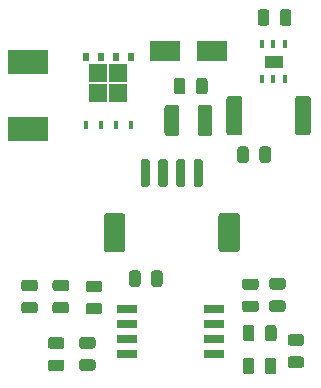
<source format=gbr>
%TF.GenerationSoftware,KiCad,Pcbnew,5.1.6+dfsg1-1*%
%TF.CreationDate,2021-04-16T09:38:54+02:00*%
%TF.ProjectId,buck_3a_v4,6275636b-5f33-4615-9f76-342e6b696361,rev?*%
%TF.SameCoordinates,Original*%
%TF.FileFunction,Paste,Top*%
%TF.FilePolarity,Positive*%
%FSLAX46Y46*%
G04 Gerber Fmt 4.6, Leading zero omitted, Abs format (unit mm)*
G04 Created by KiCad (PCBNEW 5.1.6+dfsg1-1) date 2021-04-16 09:38:54*
%MOMM*%
%LPD*%
G01*
G04 APERTURE LIST*
%ADD10C,0.010000*%
%ADD11R,3.400000X2.000000*%
%ADD12R,2.500000X1.800000*%
%ADD13R,1.700000X0.650000*%
%ADD14R,0.420000X0.760000*%
%ADD15R,0.500000X0.750000*%
%ADD16R,1.500000X1.500000*%
%ADD17R,0.400000X0.750000*%
G04 APERTURE END LIST*
D10*
%TO.C,U1*%
G36*
X57870000Y-38270000D02*
G01*
X57870000Y-37330000D01*
X59330000Y-37330000D01*
X59330000Y-38270000D01*
X57870000Y-38270000D01*
G37*
X57870000Y-38270000D02*
X57870000Y-37330000D01*
X59330000Y-37330000D01*
X59330000Y-38270000D01*
X57870000Y-38270000D01*
%TD*%
%TO.C,R8*%
G36*
G01*
X39743750Y-63050000D02*
X40656250Y-63050000D01*
G75*
G02*
X40900000Y-63293750I0J-243750D01*
G01*
X40900000Y-63781250D01*
G75*
G02*
X40656250Y-64025000I-243750J0D01*
G01*
X39743750Y-64025000D01*
G75*
G02*
X39500000Y-63781250I0J243750D01*
G01*
X39500000Y-63293750D01*
G75*
G02*
X39743750Y-63050000I243750J0D01*
G01*
G37*
G36*
G01*
X39743750Y-61175000D02*
X40656250Y-61175000D01*
G75*
G02*
X40900000Y-61418750I0J-243750D01*
G01*
X40900000Y-61906250D01*
G75*
G02*
X40656250Y-62150000I-243750J0D01*
G01*
X39743750Y-62150000D01*
G75*
G02*
X39500000Y-61906250I0J243750D01*
G01*
X39500000Y-61418750D01*
G75*
G02*
X39743750Y-61175000I243750J0D01*
G01*
G37*
%TD*%
%TO.C,C3*%
G36*
G01*
X57412500Y-46156250D02*
X57412500Y-45243750D01*
G75*
G02*
X57656250Y-45000000I243750J0D01*
G01*
X58143750Y-45000000D01*
G75*
G02*
X58387500Y-45243750I0J-243750D01*
G01*
X58387500Y-46156250D01*
G75*
G02*
X58143750Y-46400000I-243750J0D01*
G01*
X57656250Y-46400000D01*
G75*
G02*
X57412500Y-46156250I0J243750D01*
G01*
G37*
G36*
G01*
X55537500Y-46156250D02*
X55537500Y-45243750D01*
G75*
G02*
X55781250Y-45000000I243750J0D01*
G01*
X56268750Y-45000000D01*
G75*
G02*
X56512500Y-45243750I0J-243750D01*
G01*
X56512500Y-46156250D01*
G75*
G02*
X56268750Y-46400000I-243750J0D01*
G01*
X55781250Y-46400000D01*
G75*
G02*
X55537500Y-46156250I0J243750D01*
G01*
G37*
%TD*%
%TO.C,C7*%
G36*
G01*
X59150000Y-34556250D02*
X59150000Y-33643750D01*
G75*
G02*
X59393750Y-33400000I243750J0D01*
G01*
X59881250Y-33400000D01*
G75*
G02*
X60125000Y-33643750I0J-243750D01*
G01*
X60125000Y-34556250D01*
G75*
G02*
X59881250Y-34800000I-243750J0D01*
G01*
X59393750Y-34800000D01*
G75*
G02*
X59150000Y-34556250I0J243750D01*
G01*
G37*
G36*
G01*
X57275000Y-34556250D02*
X57275000Y-33643750D01*
G75*
G02*
X57518750Y-33400000I243750J0D01*
G01*
X58006250Y-33400000D01*
G75*
G02*
X58250000Y-33643750I0J-243750D01*
G01*
X58250000Y-34556250D01*
G75*
G02*
X58006250Y-34800000I-243750J0D01*
G01*
X57518750Y-34800000D01*
G75*
G02*
X57275000Y-34556250I0J243750D01*
G01*
G37*
%TD*%
%TO.C,C1*%
G36*
G01*
X50625000Y-41725000D02*
X50625000Y-43875000D01*
G75*
G02*
X50375000Y-44125000I-250000J0D01*
G01*
X49625000Y-44125000D01*
G75*
G02*
X49375000Y-43875000I0J250000D01*
G01*
X49375000Y-41725000D01*
G75*
G02*
X49625000Y-41475000I250000J0D01*
G01*
X50375000Y-41475000D01*
G75*
G02*
X50625000Y-41725000I0J-250000D01*
G01*
G37*
G36*
G01*
X53425000Y-41725000D02*
X53425000Y-43875000D01*
G75*
G02*
X53175000Y-44125000I-250000J0D01*
G01*
X52425000Y-44125000D01*
G75*
G02*
X52175000Y-43875000I0J250000D01*
G01*
X52175000Y-41725000D01*
G75*
G02*
X52425000Y-41475000I250000J0D01*
G01*
X53175000Y-41475000D01*
G75*
G02*
X53425000Y-41725000I0J-250000D01*
G01*
G37*
%TD*%
D11*
%TO.C,L1*%
X37800000Y-37850000D03*
X37800000Y-43550000D03*
%TD*%
D12*
%TO.C,D1*%
X49400000Y-36900000D03*
X53400000Y-36900000D03*
%TD*%
%TO.C,C6*%
G36*
G01*
X43856250Y-57350000D02*
X42943750Y-57350000D01*
G75*
G02*
X42700000Y-57106250I0J243750D01*
G01*
X42700000Y-56618750D01*
G75*
G02*
X42943750Y-56375000I243750J0D01*
G01*
X43856250Y-56375000D01*
G75*
G02*
X44100000Y-56618750I0J-243750D01*
G01*
X44100000Y-57106250D01*
G75*
G02*
X43856250Y-57350000I-243750J0D01*
G01*
G37*
G36*
G01*
X43856250Y-59225000D02*
X42943750Y-59225000D01*
G75*
G02*
X42700000Y-58981250I0J243750D01*
G01*
X42700000Y-58493750D01*
G75*
G02*
X42943750Y-58250000I243750J0D01*
G01*
X43856250Y-58250000D01*
G75*
G02*
X44100000Y-58493750I0J-243750D01*
G01*
X44100000Y-58981250D01*
G75*
G02*
X43856250Y-59225000I-243750J0D01*
G01*
G37*
%TD*%
%TO.C,J3*%
G36*
G01*
X46050000Y-50900000D02*
X46050000Y-53700000D01*
G75*
G02*
X45800000Y-53950000I-250000J0D01*
G01*
X44500000Y-53950000D01*
G75*
G02*
X44250000Y-53700000I0J250000D01*
G01*
X44250000Y-50900000D01*
G75*
G02*
X44500000Y-50650000I250000J0D01*
G01*
X45800000Y-50650000D01*
G75*
G02*
X46050000Y-50900000I0J-250000D01*
G01*
G37*
G36*
G01*
X55750000Y-50900000D02*
X55750000Y-53700000D01*
G75*
G02*
X55500000Y-53950000I-250000J0D01*
G01*
X54200000Y-53950000D01*
G75*
G02*
X53950000Y-53700000I0J250000D01*
G01*
X53950000Y-50900000D01*
G75*
G02*
X54200000Y-50650000I250000J0D01*
G01*
X55500000Y-50650000D01*
G75*
G02*
X55750000Y-50900000I0J-250000D01*
G01*
G37*
G36*
G01*
X48150000Y-46250000D02*
X48150000Y-48250000D01*
G75*
G02*
X47950000Y-48450000I-200000J0D01*
G01*
X47550000Y-48450000D01*
G75*
G02*
X47350000Y-48250000I0J200000D01*
G01*
X47350000Y-46250000D01*
G75*
G02*
X47550000Y-46050000I200000J0D01*
G01*
X47950000Y-46050000D01*
G75*
G02*
X48150000Y-46250000I0J-200000D01*
G01*
G37*
G36*
G01*
X49650000Y-46250000D02*
X49650000Y-48250000D01*
G75*
G02*
X49450000Y-48450000I-200000J0D01*
G01*
X49050000Y-48450000D01*
G75*
G02*
X48850000Y-48250000I0J200000D01*
G01*
X48850000Y-46250000D01*
G75*
G02*
X49050000Y-46050000I200000J0D01*
G01*
X49450000Y-46050000D01*
G75*
G02*
X49650000Y-46250000I0J-200000D01*
G01*
G37*
G36*
G01*
X51150000Y-46250000D02*
X51150000Y-48250000D01*
G75*
G02*
X50950000Y-48450000I-200000J0D01*
G01*
X50550000Y-48450000D01*
G75*
G02*
X50350000Y-48250000I0J200000D01*
G01*
X50350000Y-46250000D01*
G75*
G02*
X50550000Y-46050000I200000J0D01*
G01*
X50950000Y-46050000D01*
G75*
G02*
X51150000Y-46250000I0J-200000D01*
G01*
G37*
G36*
G01*
X52650000Y-46250000D02*
X52650000Y-48250000D01*
G75*
G02*
X52450000Y-48450000I-200000J0D01*
G01*
X52050000Y-48450000D01*
G75*
G02*
X51850000Y-48250000I0J200000D01*
G01*
X51850000Y-46250000D01*
G75*
G02*
X52050000Y-46050000I200000J0D01*
G01*
X52450000Y-46050000D01*
G75*
G02*
X52650000Y-46250000I0J-200000D01*
G01*
G37*
%TD*%
D13*
%TO.C,U2*%
X53546000Y-58811000D03*
X53546000Y-60081000D03*
X53546000Y-61351000D03*
X53546000Y-62621000D03*
X46246000Y-62621000D03*
X46246000Y-61351000D03*
X46246000Y-60081000D03*
X46246000Y-58811000D03*
%TD*%
D14*
%TO.C,U1*%
X57650000Y-39285000D03*
X58600000Y-39285000D03*
X59550000Y-39285000D03*
X59550000Y-36315000D03*
X58600000Y-36315000D03*
X57650000Y-36315000D03*
%TD*%
%TO.C,R7*%
G36*
G01*
X48250000Y-56656250D02*
X48250000Y-55743750D01*
G75*
G02*
X48493750Y-55500000I243750J0D01*
G01*
X48981250Y-55500000D01*
G75*
G02*
X49225000Y-55743750I0J-243750D01*
G01*
X49225000Y-56656250D01*
G75*
G02*
X48981250Y-56900000I-243750J0D01*
G01*
X48493750Y-56900000D01*
G75*
G02*
X48250000Y-56656250I0J243750D01*
G01*
G37*
G36*
G01*
X46375000Y-56656250D02*
X46375000Y-55743750D01*
G75*
G02*
X46618750Y-55500000I243750J0D01*
G01*
X47106250Y-55500000D01*
G75*
G02*
X47350000Y-55743750I0J-243750D01*
G01*
X47350000Y-56656250D01*
G75*
G02*
X47106250Y-56900000I-243750J0D01*
G01*
X46618750Y-56900000D01*
G75*
G02*
X46375000Y-56656250I0J243750D01*
G01*
G37*
%TD*%
%TO.C,R6*%
G36*
G01*
X43302250Y-62128500D02*
X42389750Y-62128500D01*
G75*
G02*
X42146000Y-61884750I0J243750D01*
G01*
X42146000Y-61397250D01*
G75*
G02*
X42389750Y-61153500I243750J0D01*
G01*
X43302250Y-61153500D01*
G75*
G02*
X43546000Y-61397250I0J-243750D01*
G01*
X43546000Y-61884750D01*
G75*
G02*
X43302250Y-62128500I-243750J0D01*
G01*
G37*
G36*
G01*
X43302250Y-64003500D02*
X42389750Y-64003500D01*
G75*
G02*
X42146000Y-63759750I0J243750D01*
G01*
X42146000Y-63272250D01*
G75*
G02*
X42389750Y-63028500I243750J0D01*
G01*
X43302250Y-63028500D01*
G75*
G02*
X43546000Y-63272250I0J-243750D01*
G01*
X43546000Y-63759750D01*
G75*
G02*
X43302250Y-64003500I-243750J0D01*
G01*
G37*
%TD*%
%TO.C,R5*%
G36*
G01*
X60956250Y-61887500D02*
X60043750Y-61887500D01*
G75*
G02*
X59800000Y-61643750I0J243750D01*
G01*
X59800000Y-61156250D01*
G75*
G02*
X60043750Y-60912500I243750J0D01*
G01*
X60956250Y-60912500D01*
G75*
G02*
X61200000Y-61156250I0J-243750D01*
G01*
X61200000Y-61643750D01*
G75*
G02*
X60956250Y-61887500I-243750J0D01*
G01*
G37*
G36*
G01*
X60956250Y-63762500D02*
X60043750Y-63762500D01*
G75*
G02*
X59800000Y-63518750I0J243750D01*
G01*
X59800000Y-63031250D01*
G75*
G02*
X60043750Y-62787500I243750J0D01*
G01*
X60956250Y-62787500D01*
G75*
G02*
X61200000Y-63031250I0J-243750D01*
G01*
X61200000Y-63518750D01*
G75*
G02*
X60956250Y-63762500I-243750J0D01*
G01*
G37*
%TD*%
%TO.C,R4*%
G36*
G01*
X38402250Y-57266000D02*
X37489750Y-57266000D01*
G75*
G02*
X37246000Y-57022250I0J243750D01*
G01*
X37246000Y-56534750D01*
G75*
G02*
X37489750Y-56291000I243750J0D01*
G01*
X38402250Y-56291000D01*
G75*
G02*
X38646000Y-56534750I0J-243750D01*
G01*
X38646000Y-57022250D01*
G75*
G02*
X38402250Y-57266000I-243750J0D01*
G01*
G37*
G36*
G01*
X38402250Y-59141000D02*
X37489750Y-59141000D01*
G75*
G02*
X37246000Y-58897250I0J243750D01*
G01*
X37246000Y-58409750D01*
G75*
G02*
X37489750Y-58166000I243750J0D01*
G01*
X38402250Y-58166000D01*
G75*
G02*
X38646000Y-58409750I0J-243750D01*
G01*
X38646000Y-58897250D01*
G75*
G02*
X38402250Y-59141000I-243750J0D01*
G01*
G37*
%TD*%
%TO.C,R3*%
G36*
G01*
X40139750Y-58166000D02*
X41052250Y-58166000D01*
G75*
G02*
X41296000Y-58409750I0J-243750D01*
G01*
X41296000Y-58897250D01*
G75*
G02*
X41052250Y-59141000I-243750J0D01*
G01*
X40139750Y-59141000D01*
G75*
G02*
X39896000Y-58897250I0J243750D01*
G01*
X39896000Y-58409750D01*
G75*
G02*
X40139750Y-58166000I243750J0D01*
G01*
G37*
G36*
G01*
X40139750Y-56291000D02*
X41052250Y-56291000D01*
G75*
G02*
X41296000Y-56534750I0J-243750D01*
G01*
X41296000Y-57022250D01*
G75*
G02*
X41052250Y-57266000I-243750J0D01*
G01*
X40139750Y-57266000D01*
G75*
G02*
X39896000Y-57022250I0J243750D01*
G01*
X39896000Y-56534750D01*
G75*
G02*
X40139750Y-56291000I243750J0D01*
G01*
G37*
%TD*%
%TO.C,R2*%
G36*
G01*
X56996000Y-60359750D02*
X56996000Y-61272250D01*
G75*
G02*
X56752250Y-61516000I-243750J0D01*
G01*
X56264750Y-61516000D01*
G75*
G02*
X56021000Y-61272250I0J243750D01*
G01*
X56021000Y-60359750D01*
G75*
G02*
X56264750Y-60116000I243750J0D01*
G01*
X56752250Y-60116000D01*
G75*
G02*
X56996000Y-60359750I0J-243750D01*
G01*
G37*
G36*
G01*
X58871000Y-60359750D02*
X58871000Y-61272250D01*
G75*
G02*
X58627250Y-61516000I-243750J0D01*
G01*
X58139750Y-61516000D01*
G75*
G02*
X57896000Y-61272250I0J243750D01*
G01*
X57896000Y-60359750D01*
G75*
G02*
X58139750Y-60116000I243750J0D01*
G01*
X58627250Y-60116000D01*
G75*
G02*
X58871000Y-60359750I0J-243750D01*
G01*
G37*
%TD*%
%TO.C,R1*%
G36*
G01*
X55975000Y-40974999D02*
X55975000Y-43825001D01*
G75*
G02*
X55725001Y-44075000I-249999J0D01*
G01*
X54874999Y-44075000D01*
G75*
G02*
X54625000Y-43825001I0J249999D01*
G01*
X54625000Y-40974999D01*
G75*
G02*
X54874999Y-40725000I249999J0D01*
G01*
X55725001Y-40725000D01*
G75*
G02*
X55975000Y-40974999I0J-249999D01*
G01*
G37*
G36*
G01*
X61775000Y-40974999D02*
X61775000Y-43825001D01*
G75*
G02*
X61525001Y-44075000I-249999J0D01*
G01*
X60674999Y-44075000D01*
G75*
G02*
X60425000Y-43825001I0J249999D01*
G01*
X60425000Y-40974999D01*
G75*
G02*
X60674999Y-40725000I249999J0D01*
G01*
X61525001Y-40725000D01*
G75*
G02*
X61775000Y-40974999I0J-249999D01*
G01*
G37*
%TD*%
D15*
%TO.C,Q1*%
X46505000Y-37395000D03*
X45235000Y-37395000D03*
X43965000Y-37395000D03*
X42695000Y-37395000D03*
D16*
X45450000Y-40500000D03*
X43750000Y-40500000D03*
X45450000Y-38800000D03*
X43750000Y-38800000D03*
D17*
X46505000Y-43200000D03*
X45235000Y-43200000D03*
X43965000Y-43200000D03*
X42695000Y-43200000D03*
%TD*%
%TO.C,D2*%
G36*
G01*
X57887500Y-64056250D02*
X57887500Y-63143750D01*
G75*
G02*
X58131250Y-62900000I243750J0D01*
G01*
X58618750Y-62900000D01*
G75*
G02*
X58862500Y-63143750I0J-243750D01*
G01*
X58862500Y-64056250D01*
G75*
G02*
X58618750Y-64300000I-243750J0D01*
G01*
X58131250Y-64300000D01*
G75*
G02*
X57887500Y-64056250I0J243750D01*
G01*
G37*
G36*
G01*
X56012500Y-64056250D02*
X56012500Y-63143750D01*
G75*
G02*
X56256250Y-62900000I243750J0D01*
G01*
X56743750Y-62900000D01*
G75*
G02*
X56987500Y-63143750I0J-243750D01*
G01*
X56987500Y-64056250D01*
G75*
G02*
X56743750Y-64300000I-243750J0D01*
G01*
X56256250Y-64300000D01*
G75*
G02*
X56012500Y-64056250I0J243750D01*
G01*
G37*
%TD*%
%TO.C,C5*%
G36*
G01*
X59402250Y-57128500D02*
X58489750Y-57128500D01*
G75*
G02*
X58246000Y-56884750I0J243750D01*
G01*
X58246000Y-56397250D01*
G75*
G02*
X58489750Y-56153500I243750J0D01*
G01*
X59402250Y-56153500D01*
G75*
G02*
X59646000Y-56397250I0J-243750D01*
G01*
X59646000Y-56884750D01*
G75*
G02*
X59402250Y-57128500I-243750J0D01*
G01*
G37*
G36*
G01*
X59402250Y-59003500D02*
X58489750Y-59003500D01*
G75*
G02*
X58246000Y-58759750I0J243750D01*
G01*
X58246000Y-58272250D01*
G75*
G02*
X58489750Y-58028500I243750J0D01*
G01*
X59402250Y-58028500D01*
G75*
G02*
X59646000Y-58272250I0J-243750D01*
G01*
X59646000Y-58759750D01*
G75*
G02*
X59402250Y-59003500I-243750J0D01*
G01*
G37*
%TD*%
%TO.C,C4*%
G36*
G01*
X57102250Y-57166000D02*
X56189750Y-57166000D01*
G75*
G02*
X55946000Y-56922250I0J243750D01*
G01*
X55946000Y-56434750D01*
G75*
G02*
X56189750Y-56191000I243750J0D01*
G01*
X57102250Y-56191000D01*
G75*
G02*
X57346000Y-56434750I0J-243750D01*
G01*
X57346000Y-56922250D01*
G75*
G02*
X57102250Y-57166000I-243750J0D01*
G01*
G37*
G36*
G01*
X57102250Y-59041000D02*
X56189750Y-59041000D01*
G75*
G02*
X55946000Y-58797250I0J243750D01*
G01*
X55946000Y-58309750D01*
G75*
G02*
X56189750Y-58066000I243750J0D01*
G01*
X57102250Y-58066000D01*
G75*
G02*
X57346000Y-58309750I0J-243750D01*
G01*
X57346000Y-58797250D01*
G75*
G02*
X57102250Y-59041000I-243750J0D01*
G01*
G37*
%TD*%
%TO.C,C2*%
G36*
G01*
X51150000Y-39443750D02*
X51150000Y-40356250D01*
G75*
G02*
X50906250Y-40600000I-243750J0D01*
G01*
X50418750Y-40600000D01*
G75*
G02*
X50175000Y-40356250I0J243750D01*
G01*
X50175000Y-39443750D01*
G75*
G02*
X50418750Y-39200000I243750J0D01*
G01*
X50906250Y-39200000D01*
G75*
G02*
X51150000Y-39443750I0J-243750D01*
G01*
G37*
G36*
G01*
X53025000Y-39443750D02*
X53025000Y-40356250D01*
G75*
G02*
X52781250Y-40600000I-243750J0D01*
G01*
X52293750Y-40600000D01*
G75*
G02*
X52050000Y-40356250I0J243750D01*
G01*
X52050000Y-39443750D01*
G75*
G02*
X52293750Y-39200000I243750J0D01*
G01*
X52781250Y-39200000D01*
G75*
G02*
X53025000Y-39443750I0J-243750D01*
G01*
G37*
%TD*%
M02*

</source>
